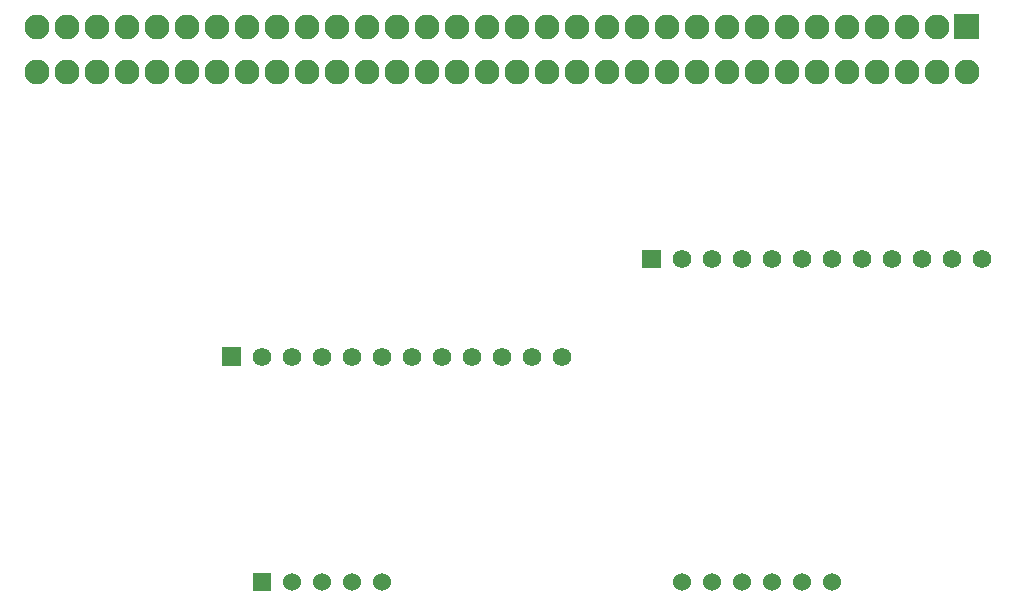
<source format=gbr>
G04 start of page 2 for group 3 layer_idx 0 *
G04 Title: (unknown), top_copper *
G04 Creator: pcb-rnd 2.3.0 *
G04 CreationDate: 2021-04-02 00:52:23 UTC *
G04 For:  *
G04 Format: Gerber/RS-274X *
G04 PCB-Dimensions: 500000 500000 *
G04 PCB-Coordinate-Origin: lower left *
%MOIN*%
%FSLAX25Y25*%
%LNTOP_COPPER_NONE_3*%
%ADD17C,0.0300*%
%ADD16C,0.0320*%
%ADD15C,0.0430*%
%ADD14C,0.0600*%
%ADD13C,0.0620*%
%ADD12C,0.0001*%
%ADD11C,0.0830*%
G54D11*X92500Y342500D03*
Y357500D03*
X102500D03*
Y342500D03*
X112500D03*
Y357500D03*
X122500D03*
X132500D03*
X142500D03*
X152500D03*
X122500Y342500D03*
X132500D03*
X142500D03*
X152500D03*
X162500D03*
Y357500D03*
G54D12*G36*
X154400Y250600D02*Y244400D01*
X160600D01*
Y250600D01*
X154400D01*
G37*
G54D13*X167500Y247500D03*
X177500D03*
X187500D03*
X197500D03*
X207500D03*
X217500D03*
X227500D03*
X237500D03*
X247500D03*
X257500D03*
X267500D03*
G54D14*X307500Y172500D03*
X317500D03*
X327500D03*
X337500D03*
X347500D03*
X357500D03*
G54D11*X172500Y342500D03*
Y357500D03*
G54D12*G36*
X164500Y175500D02*Y169500D01*
X170500D01*
Y175500D01*
X164500D01*
G37*
G54D14*X177500Y172500D03*
X187500D03*
X197500D03*
X207500D03*
G54D11*X182500Y342500D03*
Y357500D03*
X192500D03*
X202500D03*
X212500D03*
X222500D03*
X232500D03*
X242500D03*
X252500D03*
X262500D03*
X272500D03*
X282500D03*
X292500D03*
X302500D03*
X312500D03*
X322500D03*
X332500D03*
X342500D03*
X352500D03*
X362500D03*
X372500D03*
X382500D03*
X392500D03*
G54D12*G36*
X398350Y361650D02*Y353350D01*
X406650D01*
Y361650D01*
X398350D01*
G37*
G54D11*X192500Y342500D03*
X202500D03*
X212500D03*
X222500D03*
X232500D03*
X242500D03*
X252500D03*
X262500D03*
X272500D03*
X282500D03*
X292500D03*
X302500D03*
X312500D03*
X322500D03*
X332500D03*
X342500D03*
X352500D03*
X362500D03*
X372500D03*
X382500D03*
X392500D03*
X402500D03*
G54D13*X377500Y280000D03*
X407500D03*
X397500D03*
X387500D03*
X367500D03*
X357500D03*
X347500D03*
X337500D03*
X327500D03*
X317500D03*
X307500D03*
G54D12*G36*
X294400Y283100D02*Y276900D01*
X300600D01*
Y283100D01*
X294400D01*
G37*
G54D15*G54D16*G54D17*G54D15*G54D17*G54D15*G54D16*M02*

</source>
